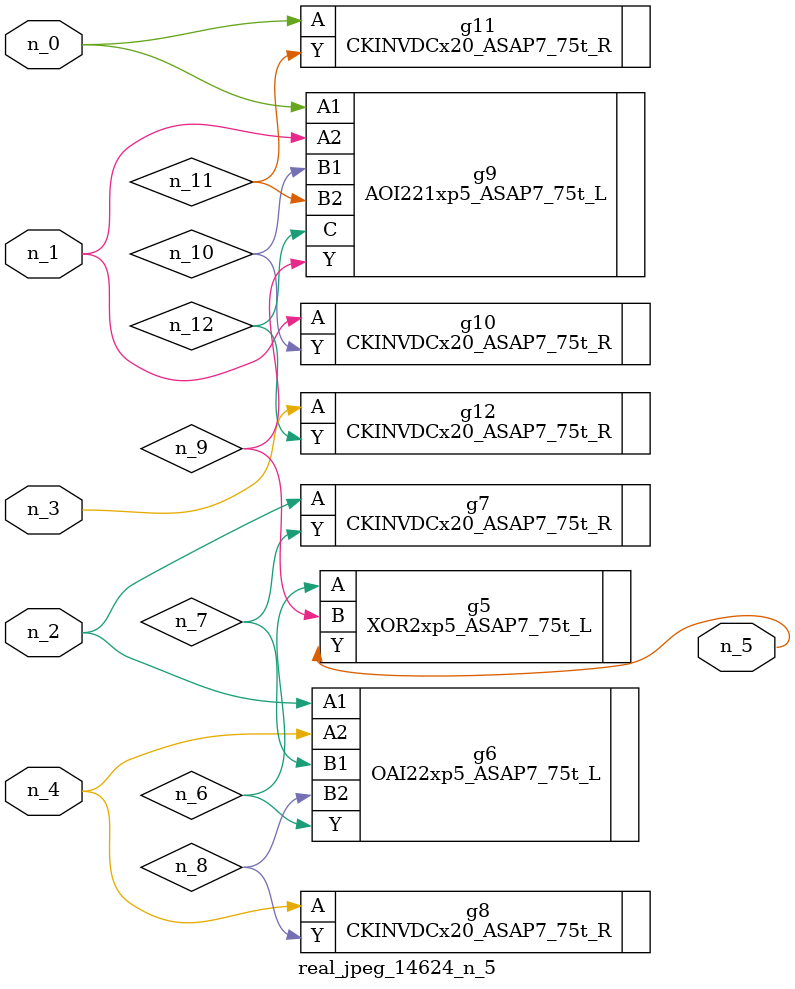
<source format=v>
module real_jpeg_14624_n_5 (n_4, n_0, n_1, n_2, n_3, n_5);

input n_4;
input n_0;
input n_1;
input n_2;
input n_3;

output n_5;

wire n_12;
wire n_8;
wire n_11;
wire n_6;
wire n_7;
wire n_10;
wire n_9;

AOI221xp5_ASAP7_75t_L g9 ( 
.A1(n_0),
.A2(n_1),
.B1(n_10),
.B2(n_11),
.C(n_12),
.Y(n_9)
);

CKINVDCx20_ASAP7_75t_R g11 ( 
.A(n_0),
.Y(n_11)
);

CKINVDCx20_ASAP7_75t_R g10 ( 
.A(n_1),
.Y(n_10)
);

OAI22xp5_ASAP7_75t_L g6 ( 
.A1(n_2),
.A2(n_4),
.B1(n_7),
.B2(n_8),
.Y(n_6)
);

CKINVDCx20_ASAP7_75t_R g7 ( 
.A(n_2),
.Y(n_7)
);

CKINVDCx20_ASAP7_75t_R g12 ( 
.A(n_3),
.Y(n_12)
);

CKINVDCx20_ASAP7_75t_R g8 ( 
.A(n_4),
.Y(n_8)
);

XOR2xp5_ASAP7_75t_L g5 ( 
.A(n_6),
.B(n_9),
.Y(n_5)
);


endmodule
</source>
